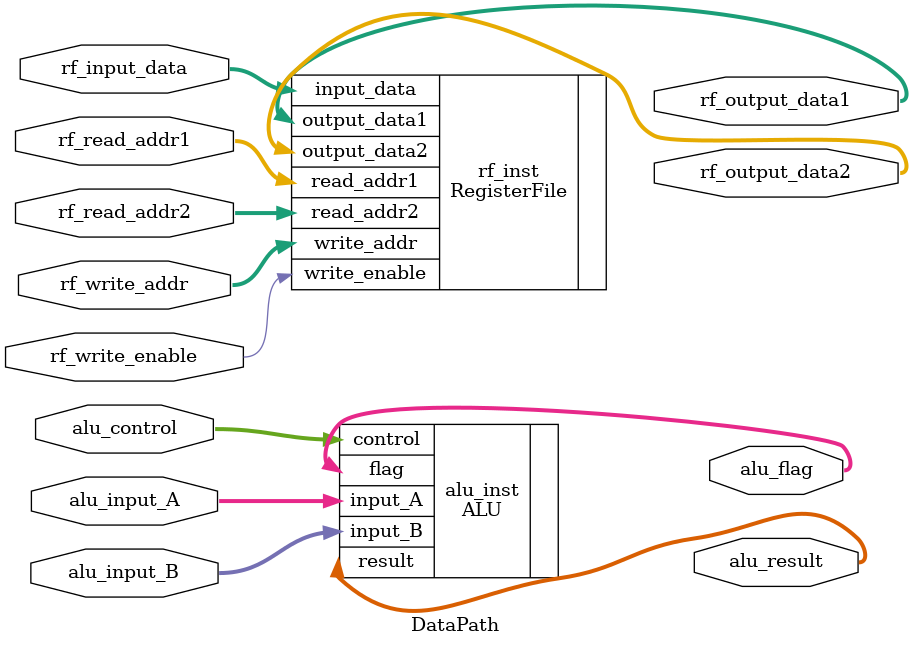
<source format=v>
`timescale 1ns / 1ps

module DataPath(
        input [3:0] alu_control,
        input [7:0] alu_input_A, alu_input_B,
        output [7:0] alu_result,
        output [3:0] alu_flag,
        
        input rf_write_enable,
        input [3:0] rf_read_addr1, rf_read_addr2,
        output [7:0] rf_output_data1, rf_output_data2,
        input [3:0] rf_write_addr,
        input [7:0] rf_input_data
    );
    
    ALU alu_inst (
            .control(alu_control),
            .input_A(alu_input_A),
            .input_B(alu_input_B),
            .result(alu_result),
            .flag(alu_flag)
        );
        
    RegisterFile rf_inst (
            .write_enable(rf_write_enable),
            .read_addr1(rf_read_addr1),
            .read_addr2(rf_read_addr2),
            .output_data1(rf_output_data1),
            .output_data2(rf_output_data2),
            .write_addr(rf_write_addr),
            .input_data(rf_input_data)
        );
    
endmodule

</source>
